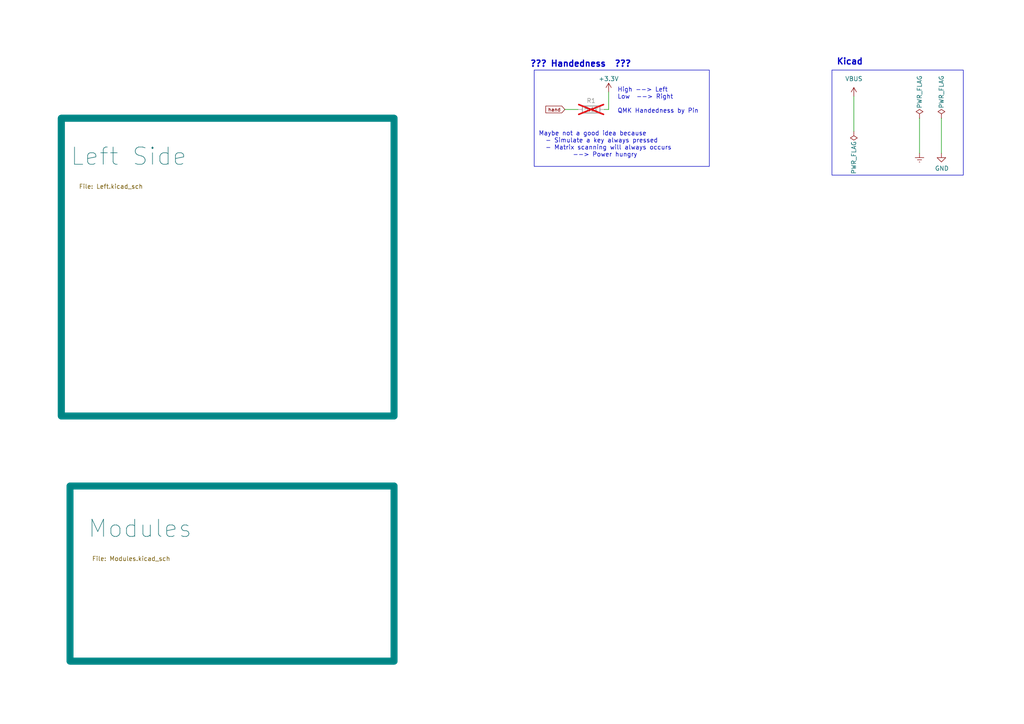
<source format=kicad_sch>
(kicad_sch (version 20230121) (generator eeschema)
  (paper "A4")
  (title_block (title "Echinos") (date "2023-06-10"))
  (lib_symbols
    (symbol "Device:R" (pin_numbers hide) (pin_names (offset 0))
      (property "Reference" "R" (at 2.032 0 90))
      (property "Value" "R" (at 0 0 90))
      (symbol "R_0_1"
        (rectangle (start -1.016 -2.54) (end 1.016 2.54) (stroke (width 0.254)))
      )
      (symbol "R_1_1"
        (pin passive line (at 0 3.81 270) (length 1.27) (name "~") (number "1"))
        (pin passive line (at 0 -3.81 90) (length 1.27) (name "~") (number "2"))
      )
    )
    (symbol "power:+3.3V" (power) (pin_names (offset 0))
      (property "Value" "+3.3V" (at 0 3.556 0))
      (symbol "+3.3V_0_1"
        (polyline (pts (xy -0.762 1.27) (xy 0 2.54)))
        (polyline (pts (xy 0 0) (xy 0 2.54)))
        (polyline (pts (xy 0 2.54) (xy 0.762 1.27)))
      )
      (symbol "+3.3V_1_1"
        (pin power_in line (at 0 0 90) (length 0) hide (name "+3.3V") (number "1"))
      )
    )
    (symbol "power:Earth" (power) (pin_names (offset 0))
      (symbol "Earth_0_1"
        (polyline (pts (xy -0.635 -1.905) (xy 0.635 -1.905)))
        (polyline (pts (xy -0.127 -2.54) (xy 0.127 -2.54)))
        (polyline (pts (xy 0 -1.27) (xy 0 0)))
        (polyline (pts (xy 1.27 -1.27) (xy -1.27 -1.27)))
      )
      (symbol "Earth_1_1"
        (pin power_in line (at 0 0 270) (length 0) hide (name "Earth") (number "1"))
      )
    )
    (symbol "power:GND" (power) (pin_names (offset 0))
      (property "Value" "GND" (at 0 -3.81 0))
      (symbol "GND_0_1"
        (polyline (pts (xy 0 0) (xy 0 -1.27) (xy 1.27 -1.27) (xy 0 -2.54) (xy -1.27 -1.27) (xy 0 -1.27)))
      )
      (symbol "GND_1_1"
        (pin power_in line (at 0 0 270) (length 0) hide (name "GND") (number "1"))
      )
    )
    (symbol "power:PWR_FLAG" (power) (pin_numbers hide) (pin_names (offset 0) hide)
      (property "Value" "PWR_FLAG" (at 0 3.81 0))
      (symbol "PWR_FLAG_0_0"
        (pin power_out line (at 0 0 90) (length 0) (name "pwr") (number "1"))
      )
      (symbol "PWR_FLAG_0_1"
        (polyline (pts (xy 0 0) (xy 0 1.27) (xy -1.016 1.905) (xy 0 2.54) (xy 1.016 1.905) (xy 0 1.27)))
      )
    )
    (symbol "power:VBUS" (power) (pin_names (offset 0))
      (property "Value" "VBUS" (at 0 3.81 0))
      (symbol "VBUS_0_1"
        (polyline (pts (xy -0.762 1.27) (xy 0 2.54)))
        (polyline (pts (xy 0 0) (xy 0 2.54)))
        (polyline (pts (xy 0 2.54) (xy 0.762 1.27)))
      )
      (symbol "VBUS_1_1"
        (pin power_in line (at 0 0 90) (length 0) hide (name "VBUS") (number "1"))
      )
    )
  )
  (wire (pts (xy 273.05 44.45) (xy 273.05 34.29)))
  (wire (pts (xy 176.53 31.75) (xy 176.53 26.67)))
  (wire (pts (xy 266.7 44.45) (xy 266.7 34.29)))
  (wire (pts (xy 163.83 31.75) (xy 167.64 31.75)))
  (wire (pts (xy 247.65 27.94) (xy 247.65 38.1)))
  (wire (pts (xy 175.26 31.75) (xy 176.53 31.75)))
  (rectangle (start 154.94 20.32) (end 205.74 48.26))
  (rectangle (start 241.3 20.32) (end 279.4 50.8))
  (text "High --> Left\nLow  --> Right\n\nQMK Handedness by Pin" (at 179.07 33.02 0) (effects (font (size 1.27 1.27)) (justify left bottom)))
  (text "??? Handedness  ???" (at 153.67 19.685 0) (effects (font (size 1.778 1.778) (thickness 0.3556) bold) (justify left bottom)))
  (text "Kicad" (at 242.57 19.05 0) (effects (font (size 1.778 1.778) (thickness 0.3556) bold) (justify left bottom)))
  (text "Maybe not a good idea because\n  - Simulate a key always pressed\n  - Matrix scanning will always occurs\n		--> Power hungry" (at 156.21 45.72 0) (effects (font (size 1.27 1.27)) (justify left bottom)))
  (global_label "hand" (shape input) (at 163.83 31.75 180) (effects (font (size 1 1))) (property "Intersheetrefs" "${INTERSHEET_REFS}" (effects hide)))
  (symbol (lib_id "power:PWR_FLAG") (at 266.7 34.29 0) (unit 1)
    (property "Reference" "#FLG03" (effects hide))
    (property "Value" "PWR_FLAG" (at 266.7 26.67 90))
  )
  (symbol (lib_id "power:GND") (at 273.05 44.45 0) (unit 1)
    (property "Reference" "#PWR03" (effects hide))
    (property "Value" "GND" (at 273.177 48.8442 0))
  )
  (symbol (lib_id "Device:R") (at 171.45 31.75 90) (unit 1) (in_bom no) (on_board no) (dnp yes)
    (property "Reference" "R1" (at 171.45 29.21 90))
    (property "Value" "5.1k" (at 171.45 31.75 90))
    (property "Footprint" "Resistor_SMD:R_0402_1005Metric_Pad0.72x0.64mm_HandSolder" (effects hide))
    (property "LCSC" "C25905" (effects hide))
    (property "Sim.Enable" "0" (effects hide))
  )
  (symbol (lib_id "power:PWR_FLAG") (at 247.65 38.1 180) (unit 1)
    (property "Reference" "#FLG01" (effects hide))
    (property "Value" "PWR_FLAG" (at 247.65 45.72 90))
  )
  (symbol (lib_id "power:PWR_FLAG") (at 273.05 34.29 0) (unit 1)
    (property "Reference" "#FLG02" (effects hide))
    (property "Value" "PWR_FLAG" (at 273.05 26.67 90))
  )
  (symbol (lib_id "power:+3.3V") (at 176.53 26.67 0) (unit 1)
    (property "Reference" "#PWR01" (effects hide))
    (property "Value" "+3.3V" (at 176.53 22.86 0))
  )
  (symbol (lib_id "power:VBUS") (at 247.65 27.94 0) (unit 1)
    (property "Reference" "#PWR02" (effects hide))
    (property "Value" "VBUS" (at 247.65 22.86 0))
  )
  (symbol (lib_id "power:Earth") (at 266.7 44.45 0) (unit 1)
    (property "Reference" "#PWR051" (effects hide))
    (property "Value" "Earth" (effects hide))
  )
  (sheet (at 17.78 34.29) (size 96.52 86.36) (stroke (width 2) (color 0 132 132 1))
    (property "Sheetname" "Left Side" (at 20.32 48.26 0) (effects (font (size 5 5)) (justify left bottom)))
    (property "Sheetfile" "Left.kicad_sch" (at 22.86 53.34 0) (effects (justify left top)))
  )
  (sheet (at 20.32 140.97) (size 93.98 50.8) (stroke (width 2) (color 0 132 132 1))
    (property "Sheetname" "Modules" (at 25.4 156.21 0) (effects (font (size 5 5)) (justify left bottom)))
    (property "Sheetfile" "Modules.kicad_sch" (at 26.67 161.29 0) (effects (justify left top)))
  )
)
</source>
